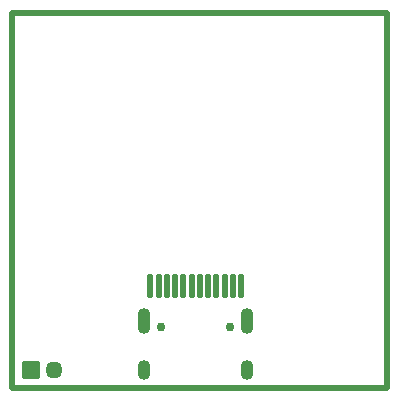
<source format=gbr>
%TF.GenerationSoftware,KiCad,Pcbnew,(6.0.0-rc1-323-gb9e66d8b98)*%
%TF.CreationDate,2021-12-09T23:12:50+08:00*%
%TF.ProjectId,Xterminal,58746572-6d69-46e6-916c-2e6b69636164,rev?*%
%TF.SameCoordinates,PXb340ac0PY76b1be0*%
%TF.FileFunction,Soldermask,Bot*%
%TF.FilePolarity,Negative*%
%FSLAX46Y46*%
G04 Gerber Fmt 4.6, Leading zero omitted, Abs format (unit mm)*
G04 Created by KiCad (PCBNEW (6.0.0-rc1-323-gb9e66d8b98)) date 2021-12-09 23:12:50*
%MOMM*%
%LPD*%
G01*
G04 APERTURE LIST*
G04 Aperture macros list*
%AMRoundRect*
0 Rectangle with rounded corners*
0 $1 Rounding radius*
0 $2 $3 $4 $5 $6 $7 $8 $9 X,Y pos of 4 corners*
0 Add a 4 corners polygon primitive as box body*
4,1,4,$2,$3,$4,$5,$6,$7,$8,$9,$2,$3,0*
0 Add four circle primitives for the rounded corners*
1,1,$1+$1,$2,$3*
1,1,$1+$1,$4,$5*
1,1,$1+$1,$6,$7*
1,1,$1+$1,$8,$9*
0 Add four rect primitives between the rounded corners*
20,1,$1+$1,$2,$3,$4,$5,0*
20,1,$1+$1,$4,$5,$6,$7,0*
20,1,$1+$1,$6,$7,$8,$9,0*
20,1,$1+$1,$8,$9,$2,$3,0*%
G04 Aperture macros list end*
%TA.AperFunction,Profile*%
%ADD10C,0.500000*%
%TD*%
%ADD11C,0.750000*%
%ADD12O,1.100000X2.200000*%
%ADD13O,1.100000X1.700000*%
%ADD14RoundRect,0.050000X0.675000X-0.675000X0.675000X0.675000X-0.675000X0.675000X-0.675000X-0.675000X0*%
%ADD15O,1.450000X1.450000*%
%ADD16RoundRect,0.100000X0.125000X0.950000X-0.125000X0.950000X-0.125000X-0.950000X0.125000X-0.950000X0*%
G04 APERTURE END LIST*
D10*
X0Y31750000D02*
X31750000Y31750000D01*
X31750000Y31750000D02*
X31750000Y0D01*
X31750000Y0D02*
X0Y0D01*
X0Y0D02*
X0Y31750000D01*
X0Y31750000D02*
X31750000Y31750000D01*
X31750000Y31750000D02*
X31750000Y0D01*
X31750000Y0D02*
X0Y0D01*
X0Y0D02*
X0Y31750000D01*
D11*
%TO.C,U3*%
X12604000Y5145000D03*
X18384000Y5145000D03*
D12*
X19814000Y5645000D03*
X11174000Y5645000D03*
D13*
X19814000Y1465000D03*
X11174000Y1465000D03*
%TD*%
D14*
%TO.C,J1*%
X1540000Y1524000D03*
D15*
X3540000Y1524000D03*
%TD*%
D16*
%TO.C,U7*%
X19372000Y8636000D03*
X18672000Y8636000D03*
X17972000Y8636000D03*
X17272000Y8636000D03*
X16572000Y8636000D03*
X15872000Y8636000D03*
X15172000Y8636000D03*
X14472000Y8636000D03*
X13772000Y8636000D03*
X13072000Y8636000D03*
X12372000Y8636000D03*
X11672000Y8636000D03*
%TD*%
M02*

</source>
